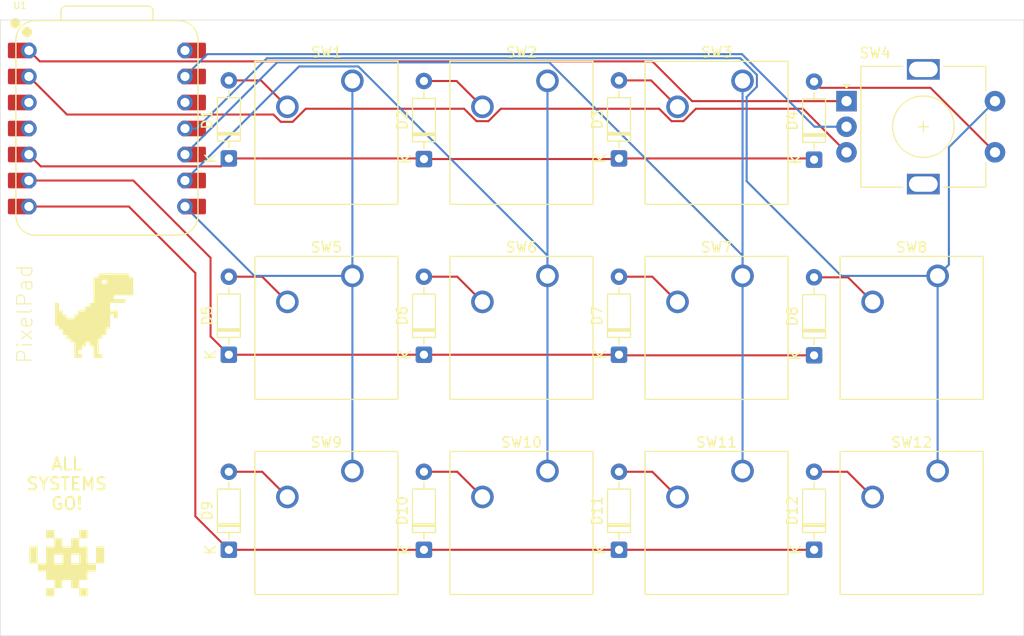
<source format=kicad_pcb>
(kicad_pcb (version 20241229) (generator "pcbnew") (generator_version "9.0")
  (layers (0 "F.Cu" signal) (2 "B.Cu" signal) (13 "F.Paste" user) (15 "B.Paste" user) (5 "F.SilkS" user "F.Silkscreen") (7 "B.SilkS" user "B.Silkscreen") (1 "F.Mask" user) (3 "B.Mask" user) (25 "Edge.Cuts" user))
  (net 0 "")
  (net 1 "GND")
  (net 2 "Net-(D1-A)")
  (net 3 "ROW0")
  (net 4 "Net-(D2-A)")
  (net 5 "Net-(D3-A)")
  (net 6 "Net-(D4-A)")
  (net 7 "ROW1")
  (net 8 "Net-(D5-A)")
  (net 9 "+5V")
  (net 10 "Net-(D6-A)")
  (net 12 "Net-(D7-A)")
  (net 13 "ROW2")
  (net 14 "Net-(D8-A)")
  (net 15 "Net-(D9-A)")
  (net 16 "Net-(D10-A)")
  (net 17 "Net-(D11-A)")
  (net 18 "Net-(D12-A)")
  (net 19 "COL0")
  (net 20 "COL1")
  (net 21 "COL2")
  (net 22 "ENC_B")
  (net 23 "COL3")
  (net 24 "ENC_A")
  (footprint "Button_Switch_Keyboard:SW_Cherry_MX_1.00u_PCB" (layer "F.Cu") (at 135.89 28.2575)
    (property "Reference" "SW3" (at -2.54 -2.794 0) (layer "F.SilkS"))
    (property "Value" "SW_Push")
    (fp_line (start -9.525 -1.905) (end 4.445 -1.905) (stroke (width 0.12)) (layer "F.SilkS"))
    (fp_line (start -9.525 12.065) (end -9.525 -1.905) (stroke (width 0.12)) (layer "F.SilkS"))
    (fp_line (start 4.445 -1.905) (end 4.445 12.065) (stroke (width 0.12)) (layer "F.SilkS"))
    (fp_line (start 4.445 12.065) (end -9.525 12.065) (stroke (width 0.12)) (layer "F.SilkS"))
    (pad "" np_thru_hole circle (at -7.62 5.08) (size 1.7 1.7) (drill 1.7) (layers "*.Cu" "*.Mask"))
    (pad "" np_thru_hole circle (at -2.54 5.08) (size 4 4) (drill 4) (layers "*.Cu" "*.Mask"))
    (pad "" np_thru_hole circle (at 2.54 5.08) (size 1.7 1.7) (drill 1.7) (layers "*.Cu" "*.Mask"))
    (pad "1" thru_hole circle (at 0 0) (size 2.2 2.2) (drill 1.5) (layers "*.Cu" "*.Mask") (net 21 "COL2"))
    (pad "2" thru_hole circle (at -6.35 2.54) (size 2.2 2.2) (drill 1.5) (layers "*.Cu" "*.Mask") (net 5 "Net-(D3-A)"))
  )
  (footprint "LOGO" (layer "F.Cu") (at 72.628064 51.196832)
    (property "Reference" "G***" (hide yes))
    (property "Value" "LOGO" (hide yes))
    (fp_poly (pts (xy 3.380154 -3.937) (xy 3.380154 -3.751385) (xy 3.565769 -3.751385) (xy 3.751384 -3.751385) (xy 3.751384 -2.872154) (xy 3.751384 -1.992923) (xy 2.813538 -1.992923) (xy 1.875692 -1.992923) (xy 1.875692 -1.807308) (xy 1.875692 -1.621693) (xy 2.442307 -1.621693) (xy 3.008923 -1.621693) (xy 3.008923 -1.436077) (xy 3.008923 -1.250462) (xy 2.256692 -1.250462) (xy 1.504461 -1.250462) (xy 1.504461 -0.879231) (xy 1.504461 -0.508) (xy 1.875692 -0.508) (xy 2.246923 -0.508) (xy 2.246923 -0.127) (xy 2.246923 0.254) (xy 2.061307 0.254) (xy 1.875692 0.254) (xy 1.875692 0.068384) (xy 1.875692 -0.117231) (xy 1.690077 -0.117231) (xy 1.504461 -0.117231) (xy 1.504461 0.566615) (xy 1.504461 1.250461) (xy 1.318846 1.250461) (xy 1.13323 1.250461) (xy 1.13323 1.563077) (xy 1.13323 1.875692) (xy 0.937846 1.875692) (xy 0.742461 1.875692) (xy 0.742461 2.061307) (xy 0.742461 2.246923) (xy 0.556846 2.246923) (xy 0.37123 2.246923) (xy 0.37123 2.999154) (xy 0.37123 3.751384) (xy 0.556846 3.751384) (xy 0.742461 3.751384) (xy 0.742461 3.937) (xy 0.742461 4.122615) (xy 0.312615 4.122615) (xy -0.117231 4.122615) (xy -0.117231 3.565769) (xy -0.117231 3.008923) (xy -0.312616 3.008923) (xy -0.508 3.008923) (xy -0.508 2.813538) (xy -0.508 2.618154) (xy -0.693616 2.618154) (xy -0.879231 2.618154) (xy -0.879231 2.813538) (xy -0.879231 3.008923) (xy -1.064846 3.008923) (xy -1.250462 3.008923) (xy -1.250462 3.194538) (xy -1.250462 3.380154) (xy -1.436077 3.380154) (xy -1.621693 3.380154) (xy -1.621693 3.565769) (xy -1.621693 3.751384) (xy -1.436077 3.751384) (xy -1.250462 3.751384) (xy -1.250462 3.937) (xy -1.250462 4.122615) (xy -1.621693 4.122615) (xy -1.992923 4.122615) (xy -1.992923 3.370384) (xy -1.992923 2.618154) (xy -2.188308 2.618154) (xy -2.383693 2.618154) (xy -2.383693 2.432538) (xy -2.383693 2.246923) (xy -2.569308 2.246923) (xy -2.754923 2.246923) (xy -2.754923 2.061307) (xy -2.754923 1.875692) (xy -2.940539 1.875692) (xy -3.126154 1.875692) (xy -3.126154 1.621692) (xy -3.126154 1.367692) (xy -3.31177 1.367692) (xy -3.497385 1.367692) (xy -3.497385 1.182077) (xy -3.497385 0.996461) (xy -3.683 0.996461) (xy -3.868616 0.996461) (xy -3.868616 -0.127) (xy -3.868616 -1.250462) (xy -3.683 -1.250462) (xy -3.497385 -1.250462) (xy -3.497385 -0.879231) (xy -3.497385 -0.508) (xy -3.31177 -0.508) (xy -3.126154 -0.508) (xy -3.126154 -0.312616) (xy -3.126154 -0.117231) (xy -2.940539 -0.117231) (xy -2.754923 -0.117231) (xy -2.754923 0.068384) (xy -2.754923 0.254) (xy -2.373923 0.254) (xy -1.992923 0.254) (xy -1.992923 0.068384) (xy -1.992923 -0.117231) (xy -1.807308 -0.117231) (xy -1.621693 -0.117231) (xy -1.621693 -0.312616) (xy -1.621693 -0.508) (xy -1.309077 -0.508) (xy -0.996462 -0.508) (xy -0.996462 -0.693616) (xy -0.996462 -0.879231) (xy -0.752231 -0.879231) (xy -0.508 -0.879231) (xy -0.508 -1.064846) (xy -0.508 -1.250462) (xy -0.312616 -1.250462) (xy -0.117231 -1.250462) (xy -0.117231 -2.500923) (xy -0.117231 -3.31177) (xy 0.742461 -3.31177) (xy 0.742461 -3.126154) (xy 0.937846 -3.126154) (xy 1.13323 -3.126154) (xy 1.13323 -3.31177) (xy 1.13323 -3.497385) (xy 0.937846 -3.497385) (xy 0.742461 -3.497385) (xy 0.742461 -3.31177) (xy -0.117231 -3.31177) (xy -0.117231 -3.751385) (xy 0.127 -3.751385) (xy 0.37123 -3.751385) (xy 0.37123 -3.937) (xy 0.37123 -4.122616) (xy 1.875692 -4.122616) (xy 3.380154 -4.122616)) (fill yes) (layer "F.SilkS"))
  )
  (footprint "Diode_THT:D_DO-35_SOD27_P7.62mm_Horizontal" (layer "F.Cu") (at 85.725048 35.837816 90)
    (property "Reference" "D1" (at 3.81 -2.12 90) (layer "F.SilkS"))
    (property "Value" "1N4148WT")
    (fp_line (start 2.53 -1.12) (end 2.53 1.12) (stroke (width 0.12)) (layer "F.SilkS"))
    (fp_line (start 2.41 -1.12) (end 2.41 1.12) (stroke (width 0.12)) (layer "F.SilkS"))
    (fp_line (start 2.29 -1.12) (end 2.29 1.12) (stroke (width 0.12)) (layer "F.SilkS"))
    (fp_line (start 6.58 0) (end 5.93 0) (stroke (width 0.12)) (layer "F.SilkS"))
    (fp_line (start 1.04 0) (end 1.69 0) (stroke (width 0.12)) (layer "F.SilkS"))
    (fp_rect (start 1.69 -1.12) (end 5.93 1.12) (stroke (width 0.12)) (fill no) (layer "F.SilkS"))
    (fp_text user "K" (at 0 -1.8 90) (layer "F.SilkS"))
    (pad "1" thru_hole roundrect (at 0 0 90) (size 1.6 1.6) (drill 0.8) (layers "*.Cu" "*.Mask") (roundrect_rratio 0.15625) (net 3 "ROW0"))
    (pad "2" thru_hole circle (at 7.62 0 90) (size 1.6 1.6) (drill 0.8) (layers "*.Cu" "*.Mask") (net 2 "Net-(D1-A)"))
  )
  (footprint "Rotary_Encoder:RotaryEncoder_Alps_EC11E-Switch_Vertical_H20mm" (layer "F.Cu") (at 146.04284 30.24216)
    (property "Reference" "SW4" (at 2.8 -4.7 0) (layer "F.SilkS"))
    (property "Value" "RotaryEncoder_Switch")
    (fp_line (start -0.3 -1.6) (end 0.3 -1.6) (stroke (width 0.12)) (layer "F.SilkS"))
    (fp_line (start 0 -1.3) (end -0.3 -1.6) (stroke (width 0.12)) (layer "F.SilkS"))
    (fp_line (start 0.3 -1.6) (end 0 -1.3) (stroke (width 0.12)) (layer "F.SilkS"))
    (fp_line (start 1.4 -3.4) (end 1.4 8.4) (stroke (width 0.12)) (layer "F.SilkS"))
    (fp_line (start 5.5 -3.4) (end 1.4 -3.4) (stroke (width 0.12)) (layer "F.SilkS"))
    (fp_line (start 5.5 8.4) (end 1.4 8.4) (stroke (width 0.12)) (layer "F.SilkS"))
    (fp_line (start 7 2.5) (end 8 2.5) (stroke (width 0.12)) (layer "F.SilkS"))
    (fp_line (start 7.5 2) (end 7.5 3) (stroke (width 0.12)) (layer "F.SilkS"))
    (fp_line (start 9.5 -3.4) (end 13.6 -3.4) (stroke (width 0.12)) (layer "F.SilkS"))
    (fp_line (start 13.6 -3.4) (end 13.6 -1) (stroke (width 0.12)) (layer "F.SilkS"))
    (fp_line (start 13.6 1.2) (end 13.6 3.8) (stroke (width 0.12)) (layer "F.SilkS"))
    (fp_line (start 13.6 6) (end 13.6 8.4) (stroke (width 0.12)) (layer "F.SilkS"))
    (fp_line (start 13.6 8.4) (end 9.5 8.4) (stroke (width 0.12)) (layer "F.SilkS"))
    (fp_circle (center 7.5 2.5) (end 10.5 2.5) (stroke (width 0.12)) (fill no) (layer "F.SilkS"))
    (pad "A" thru_hole rect (at 0 0) (size 2 2) (drill 1) (layers "*.Cu" "*.Mask") (net 24 "ENC_A"))
    (pad "B" thru_hole circle (at 0 5) (size 2 2) (drill 1) (layers "*.Cu" "*.Mask") (net 22 "ENC_B"))
    (pad "C" thru_hole circle (at 0 2.5) (size 2 2) (drill 1) (layers "*.Cu" "*.Mask") (net 1 "GND"))
    (pad "MP" thru_hole rect (at 7.5 -3.1) (size 3.2 2) (drill oval 2.8 1.5) (layers "*.Cu" "*.Mask"))
    (pad "MP" thru_hole rect (at 7.5 8.1) (size 3.2 2) (drill oval 2.8 1.5) (layers "*.Cu" "*.Mask"))
    (pad "S1" thru_hole circle (at 14.5 5) (size 2 2) (drill 1) (layers "*.Cu" "*.Mask") (net 6 "Net-(D4-A)"))
    (pad "S2" thru_hole circle (at 14.5 0) (size 2 2) (drill 1) (layers "*.Cu" "*.Mask") (net 23 "COL3"))
  )
  (footprint "Diode_THT:D_DO-35_SOD27_P7.62mm_Horizontal" (layer "F.Cu") (at 142.87488 35.956848 90)
    (property "Reference" "D4" (at 3.81 -2.12 90) (layer "F.SilkS"))
    (property "Value" "1N4148WT")
    (fp_line (start 2.53 -1.12) (end 2.53 1.12) (stroke (width 0.12)) (layer "F.SilkS"))
    (fp_line (start 2.41 -1.12) (end 2.41 1.12) (stroke (width 0.12)) (layer "F.SilkS"))
    (fp_line (start 2.29 -1.12) (end 2.29 1.12) (stroke (width 0.12)) (layer "F.SilkS"))
    (fp_line (start 6.58 0) (end 5.93 0) (stroke (width 0.12)) (layer "F.SilkS"))
    (fp_line (start 1.04 0) (end 1.69 0) (stroke (width 0.12)) (layer "F.SilkS"))
    (fp_rect (start 1.69 -1.12) (end 5.93 1.12) (stroke (width 0.12)) (fill no) (layer "F.SilkS"))
    (fp_text user "K" (at 0 -1.8 90) (layer "F.SilkS"))
    (pad "1" thru_hole roundrect (at 0 0 90) (size 1.6 1.6) (drill 0.8) (layers "*.Cu" "*.Mask") (roundrect_rratio 0.15625) (net 3 "ROW0"))
    (pad "2" thru_hole circle (at 7.62 0 90) (size 1.6 1.6) (drill 0.8) (layers "*.Cu" "*.Mask") (net 6 "Net-(D4-A)"))
  )
  (footprint "Diode_THT:D_DO-35_SOD27_P7.62mm_Horizontal" (layer "F.Cu") (at 104.774912 74.056816 90)
    (property "Reference" "D10" (at 3.81 -2.12 90) (layer "F.SilkS"))
    (property "Value" "1N4148WT")
    (fp_line (start 2.53 -1.12) (end 2.53 1.12) (stroke (width 0.12)) (layer "F.SilkS"))
    (fp_line (start 2.41 -1.12) (end 2.41 1.12) (stroke (width 0.12)) (layer "F.SilkS"))
    (fp_line (start 2.29 -1.12) (end 2.29 1.12) (stroke (width 0.12)) (layer "F.SilkS"))
    (fp_line (start 6.58 0) (end 5.93 0) (stroke (width 0.12)) (layer "F.SilkS"))
    (fp_line (start 1.04 0) (end 1.69 0) (stroke (width 0.12)) (layer "F.SilkS"))
    (fp_rect (start 1.69 -1.12) (end 5.93 1.12) (stroke (width 0.12)) (fill no) (layer "F.SilkS"))
    (fp_text user "K" (at 0 -1.8 90) (layer "F.SilkS"))
    (pad "1" thru_hole roundrect (at 0 0 90) (size 1.6 1.6) (drill 0.8) (layers "*.Cu" "*.Mask") (roundrect_rratio 0.15625) (net 13 "ROW2"))
    (pad "2" thru_hole circle (at 7.62 0 90) (size 1.6 1.6) (drill 0.8) (layers "*.Cu" "*.Mask") (net 16 "Net-(D10-A)"))
  )
  (footprint "LOGO" (layer "F.Cu") (at 69.94916 75.306968)
    (property "Reference" "G***" (hide yes))
    (property "Value" "LOGO" (hide yes))
    (fp_poly (pts (xy -1.276257 -2.775) (xy -1.276257 -2.375) (xy -1.676651 -2.375) (xy -2.077045 -2.375) (xy -2.077045 -2.775) (xy -2.077045 -3.175) (xy -1.676651 -3.175) (xy -1.276257 -3.175)) (fill yes) (layer "F.SilkS"))
    (fp_poly (pts (xy 1.976945 2.9) (xy 1.976945 3.3) (xy 1.576551 3.3) (xy 1.176157 3.3) (xy 1.176157 2.9) (xy 1.176157 2.5) (xy 1.576551 2.5) (xy 1.976945 2.5)) (fill yes) (layer "F.SilkS"))
    (fp_poly (pts (xy 1.976945 -2.775) (xy 1.976945 -2.375) (xy 1.576551 -2.375) (xy 1.176157 -2.375) (xy 1.176157 -1.975) (xy 1.176157 -1.575) (xy 1.576551 -1.575) (xy 1.976945 -1.575) (xy 1.976945 -0.75) (xy 1.976945 0.075) (xy 2.389852 0.075) (xy 2.802758 0.075) (xy 2.802758 -0.75) (xy 2.802758 -1.575) (xy 3.203152 -1.575) (xy 3.603546 -1.575) (xy 3.603546 -0.75) (xy 3.603546 0.075) (xy 3.203152 0.075) (xy 2.802758 0.075) (xy 2.802758 0.475) (xy 2.802758 0.875) (xy 2.389852 0.875) (xy 1.976945 0.875) (xy 1.976945 1.2875) (xy 1.976945 1.7) (xy 1.576551 1.7) (xy 1.176157 1.7) (xy 1.176157 2.1) (xy 1.176157 2.5) (xy 0.775763 2.5) (xy 0.375369 2.5) (xy 0.375369 2.1) (xy 0.375369 1.7) (xy -0.05005 1.7) (xy -0.475468 1.7) (xy -0.475468 2.1) (xy -0.475468 2.5) (xy -0.875862 2.5) (xy -1.276257 2.5) (xy -1.276257 2.9) (xy -1.276257 3.3) (xy -1.676651 3.3) (xy -2.077045 3.3) (xy -2.077045 2.9) (xy -2.077045 2.5) (xy -1.676651 2.5) (xy -1.276257 2.5) (xy -1.276257 2.1) (xy -1.276257 1.7) (xy -1.676651 1.7) (xy -2.077045 1.7) (xy -2.077045 1.2875) (xy -2.077045 0.875) (xy -2.477439 0.875) (xy -2.877833 0.875) (xy -2.87805 0.60625) (xy -2.879671 0.478516) (xy -2.883853 0.353905) (xy -2.889875 0.250465) (xy -2.894048 0.20625) (xy -2.909829 0.075) (xy -3.306737 0.075) (xy -3.703646 0.075) (xy -3.703646 -0.75) (xy -3.703646 -1.575) (xy -3.303252 -1.575) (xy -2.902858 -1.575) (xy -2.902858 -0.75) (xy -2.902858 0.075) (xy -2.489951 0.075) (xy -2.077045 0.075) (xy -1.277467 0.075) (xy -0.876468 0.075) (xy -0.475468 0.075) (xy -0.475468 -0.35) (xy 0.375369 -0.35) (xy 0.375369 0.075) (xy 0.775763 0.075) (xy 1.176157 0.075) (xy 1.176157 -0.35) (xy 1.176157 -0.775) (xy 0.775763 -0.775) (xy 0.375369 -0.775) (xy 0.375369 -0.35) (xy -0.475468 -0.35) (xy -0.475468 -0.350635) (xy -0.475468 -0.77627) (xy -0.869606 -0.769385) (xy -1.263744 -0.7625) (xy -1.270605 -0.34375) (xy -1.277467 0.075) (xy -2.077045 0.075) (xy -2.077045 -0.75) (xy -2.077045 -1.575) (xy -1.676651 -1.575) (xy -1.276257 -1.575) (xy -1.276257 -1.975) (xy -1.276257 -2.375) (xy -0.875862 -2.375) (xy -0.475468 -2.375) (xy -0.475468 -1.975) (xy -0.475468 -1.575) (xy -0.05005 -1.575) (xy 0.375369 -1.575) (xy 0.375369 -1.975) (xy 0.375369 -2.375) (xy 0.775763 -2.375) (xy 1.176157 -2.375) (xy 1.176157 -2.775) (xy 1.176157 -3.175) (xy 1.576551 -3.175) (xy 1.976945 -3.175)) (fill yes) (layer "F.SilkS"))
  )
  (footprint "Diode_THT:D_DO-35_SOD27_P7.62mm_Horizontal" (layer "F.Cu") (at 85.724928 55.006832 90)
    (property "Reference" "D5" (at 3.81 -2.12 90) (layer "F.SilkS"))
    (property "Value" "1N4148WT")
    (fp_line (start 2.53 -1.12) (end 2.53 1.12) (stroke (width 0.12)) (layer "F.SilkS"))
    (fp_line (start 2.41 -1.12) (end 2.41 1.12) (stroke (width 0.12)) (layer "F.SilkS"))
    (fp_line (start 2.29 -1.12) (end 2.29 1.12) (stroke (width 0.12)) (layer "F.SilkS"))
    (fp_line (start 6.58 0) (end 5.93 0) (stroke (width 0.12)) (layer "F.SilkS"))
    (fp_line (start 1.04 0) (end 1.69 0) (stroke (width 0.12)) (layer "F.SilkS"))
    (fp_rect (start 1.69 -1.12) (end 5.93 1.12) (stroke (width 0.12)) (fill no) (layer "F.SilkS"))
    (fp_text user "K" (at 0 -1.8 90) (layer "F.SilkS"))
    (pad "1" thru_hole roundrect (at 0 0 90) (size 1.6 1.6) (drill 0.8) (layers "*.Cu" "*.Mask") (roundrect_rratio 0.15625) (net 7 "ROW1"))
    (pad "2" thru_hole circle (at 7.62 0 90) (size 1.6 1.6) (drill 0.8) (layers "*.Cu" "*.Mask") (net 8 "Net-(D5-A)"))
  )
  (footprint "Diode_THT:D_DO-35_SOD27_P7.62mm_Horizontal" (layer "F.Cu") (at 123.824896 74.056816 90)
    (property "Reference" "D11" (at 3.81 -2.12 90) (layer "F.SilkS"))
    (property "Value" "1N4148WT")
    (fp_line (start 2.53 -1.12) (end 2.53 1.12) (stroke (width 0.12)) (layer "F.SilkS"))
    (fp_line (start 2.41 -1.12) (end 2.41 1.12) (stroke (width 0.12)) (layer "F.SilkS"))
    (fp_line (start 2.29 -1.12) (end 2.29 1.12) (stroke (width 0.12)) (layer "F.SilkS"))
    (fp_line (start 6.58 0) (end 5.93 0) (stroke (width 0.12)) (layer "F.SilkS"))
    (fp_line (start 1.04 0) (end 1.69 0) (stroke (width 0.12)) (layer "F.SilkS"))
    (fp_rect (start 1.69 -1.12) (end 5.93 1.12) (stroke (width 0.12)) (fill no) (layer "F.SilkS"))
    (fp_text user "K" (at 0 -1.8 90) (layer "F.SilkS"))
    (pad "1" thru_hole roundrect (at 0 0 90) (size 1.6 1.6) (drill 0.8) (layers "*.Cu" "*.Mask") (roundrect_rratio 0.15625) (net 13 "ROW2"))
    (pad "2" thru_hole circle (at 7.62 0 90) (size 1.6 1.6) (drill 0.8) (layers "*.Cu" "*.Mask") (net 17 "Net-(D11-A)"))
  )
  (footprint "Diode_THT:D_DO-35_SOD27_P7.62mm_Horizontal" (layer "F.Cu") (at 142.87488 74.056816 90)
    (property "Reference" "D12" (at 3.81 -2.12 90) (layer "F.SilkS"))
    (property "Value" "1N4148WT")
    (fp_line (start 2.53 -1.12) (end 2.53 1.12) (stroke (width 0.12)) (layer "F.SilkS"))
    (fp_line (start 2.41 -1.12) (end 2.41 1.12) (stroke (width 0.12)) (layer "F.SilkS"))
    (fp_line (start 2.29 -1.12) (end 2.29 1.12) (stroke (width 0.12)) (layer "F.SilkS"))
    (fp_line (start 6.58 0) (end 5.93 0) (stroke (width 0.12)) (layer "F.SilkS"))
    (fp_line (start 1.04 0) (end 1.69 0) (stroke (width 0.12)) (layer "F.SilkS"))
    (fp_rect (start 1.69 -1.12) (end 5.93 1.12) (stroke (width 0.12)) (fill no) (layer "F.SilkS"))
    (fp_text user "K" (at 0 -1.8 90) (layer "F.SilkS"))
    (pad "1" thru_hole roundrect (at 0 0 90) (size 1.6 1.6) (drill 0.8) (layers "*.Cu" "*.Mask") (roundrect_rratio 0.15625) (net 13 "ROW2"))
    (pad "2" thru_hole circle (at 7.62 0 90) (size 1.6 1.6) (drill 0.8) (layers "*.Cu" "*.Mask") (net 18 "Net-(D12-A)"))
  )
  (footprint "Button_Switch_Keyboard:SW_Cherry_MX_1.00u_PCB" (layer "F.Cu") (at 116.84 28.2575)
    (property "Reference" "SW2" (at -2.54 -2.794 0) (layer "F.SilkS"))
    (property "Value" "SW_Push")
    (fp_line (start -9.525 -1.905) (end 4.445 -1.905) (stroke (width 0.12)) (layer "F.SilkS"))
    (fp_line (start -9.525 12.065) (end -9.525 -1.905) (stroke (width 0.12)) (layer "F.SilkS"))
    (fp_line (start 4.445 -1.905) (end 4.445 12.065) (stroke (width 0.12)) (layer "F.SilkS"))
    (fp_line (start 4.445 12.065) (end -9.525 12.065) (stroke (width 0.12)) (layer "F.SilkS"))
    (pad "" np_thru_hole circle (at -7.62 5.08) (size 1.7 1.7) (drill 1.7) (layers "*.Cu" "*.Mask"))
    (pad "" np_thru_hole circle (at -2.54 5.08) (size 4 4) (drill 4) (layers "*.Cu" "*.Mask"))
    (pad "" np_thru_hole circle (at 2.54 5.08) (size 1.7 1.7) (drill 1.7) (layers "*.Cu" "*.Mask"))
    (pad "1" thru_hole circle (at 0 0) (size 2.2 2.2) (drill 1.5) (layers "*.Cu" "*.Mask") (net 20 "COL1"))
    (pad "2" thru_hole circle (at -6.35 2.54) (size 2.2 2.2) (drill 1.5) (layers "*.Cu" "*.Mask") (net 4 "Net-(D2-A)"))
  )
  (footprint "Button_Switch_Keyboard:SW_Cherry_MX_1.00u_PCB" (layer "F.Cu") (at 97.79 66.3575)
    (property "Reference" "SW9" (at -2.54 -2.794 0) (layer "F.SilkS"))
    (property "Value" "SW_Push")
    (fp_line (start -9.525 -1.905) (end 4.445 -1.905) (stroke (width 0.12)) (layer "F.SilkS"))
    (fp_line (start -9.525 12.065) (end -9.525 -1.905) (stroke (width 0.12)) (layer "F.SilkS"))
    (fp_line (start 4.445 -1.905) (end 4.445 12.065) (stroke (width 0.12)) (layer "F.SilkS"))
    (fp_line (start 4.445 12.065) (end -9.525 12.065) (stroke (width 0.12)) (layer "F.SilkS"))
    (pad "" np_thru_hole circle (at -7.62 5.08) (size 1.7 1.7) (drill 1.7) (layers "*.Cu" "*.Mask"))
    (pad "" np_thru_hole circle (at -2.54 5.08) (size 4 4) (drill 4) (layers "*.Cu" "*.Mask"))
    (pad "" np_thru_hole circle (at 2.54 5.08) (size 1.7 1.7) (drill 1.7) (layers "*.Cu" "*.Mask"))
    (pad "1" thru_hole circle (at 0 0) (size 2.2 2.2) (drill 1.5) (layers "*.Cu" "*.Mask") (net 19 "COL0"))
    (pad "2" thru_hole circle (at -6.35 2.54) (size 2.2 2.2) (drill 1.5) (layers "*.Cu" "*.Mask") (net 15 "Net-(D9-A)"))
  )
  (footprint "Button_Switch_Keyboard:SW_Cherry_MX_1.00u_PCB" (layer "F.Cu") (at 116.84 66.3575)
    (property "Reference" "SW10" (at -2.54 -2.794 0) (layer "F.SilkS"))
    (property "Value" "SW_Push")
    (fp_line (start -9.525 -1.905) (end 4.445 -1.905) (stroke (width 0.12)) (layer "F.SilkS"))
    (fp_line (start -9.525 12.065) (end -9.525 -1.905) (stroke (width 0.12)) (layer "F.SilkS"))
    (fp_line (start 4.445 -1.905) (end 4.445 12.065) (stroke (width 0.12)) (layer "F.SilkS"))
    (fp_line (start 4.445 12.065) (end -9.525 12.065) (stroke (width 0.12)) (layer "F.SilkS"))
    (pad "" np_thru_hole circle (at -7.62 5.08) (size 1.7 1.7) (drill 1.7) (layers "*.Cu" "*.Mask"))
    (pad "" np_thru_hole circle (at -2.54 5.08) (size 4 4) (drill 4) (layers "*.Cu" "*.Mask"))
    (pad "" np_thru_hole circle (at 2.54 5.08) (size 1.7 1.7) (drill 1.7) (layers "*.Cu" "*.Mask"))
    (pad "1" thru_hole circle (at 0 0) (size 2.2 2.2) (drill 1.5) (layers "*.Cu" "*.Mask") (net 20 "COL1"))
    (pad "2" thru_hole circle (at -6.35 2.54) (size 2.2 2.2) (drill 1.5) (layers "*.Cu" "*.Mask") (net 16 "Net-(D10-A)"))
  )
  (footprint "Diode_THT:D_DO-35_SOD27_P7.62mm_Horizontal" (layer "F.Cu") (at 142.87488 55.06636 90)
    (property "Reference" "D8" (at 3.81 -2.12 90) (layer "F.SilkS"))
    (property "Value" "1N4148WT")
    (fp_line (start 2.53 -1.12) (end 2.53 1.12) (stroke (width 0.12)) (layer "F.SilkS"))
    (fp_line (start 2.41 -1.12) (end 2.41 1.12) (stroke (width 0.12)) (layer "F.SilkS"))
    (fp_line (start 2.29 -1.12) (end 2.29 1.12) (stroke (width 0.12)) (layer "F.SilkS"))
    (fp_line (start 6.58 0) (end 5.93 0) (stroke (width 0.12)) (layer "F.SilkS"))
    (fp_line (start 1.04 0) (end 1.69 0) (stroke (width 0.12)) (layer "F.SilkS"))
    (fp_rect (start 1.69 -1.12) (end 5.93 1.12) (stroke (width 0.12)) (fill no) (layer "F.SilkS"))
    (fp_text user "K" (at 0 -1.8 90) (layer "F.SilkS"))
    (pad "1" thru_hole roundrect (at 0 0 90) (size 1.6 1.6) (drill 0.8) (layers "*.Cu" "*.Mask") (roundrect_rratio 0.15625) (net 7 "ROW1"))
    (pad "2" thru_hole circle (at 7.62 0 90) (size 1.6 1.6) (drill 0.8) (layers "*.Cu" "*.Mask") (net 14 "Net-(D8-A)"))
  )
  (footprint "Diode_THT:D_DO-35_SOD27_P7.62mm_Horizontal" (layer "F.Cu") (at 85.724928 74.056816 90)
    (property "Reference" "D9" (at 3.81 -2.12 90) (layer "F.SilkS"))
    (property "Value" "1N4148WT")
    (fp_line (start 2.53 -1.12) (end 2.53 1.12) (stroke (width 0.12)) (layer "F.SilkS"))
    (fp_line (start 2.41 -1.12) (end 2.41 1.12) (stroke (width 0.12)) (layer "F.SilkS"))
    (fp_line (start 2.29 -1.12) (end 2.29 1.12) (stroke (width 0.12)) (layer "F.SilkS"))
    (fp_line (start 6.58 0) (end 5.93 0) (stroke (width 0.12)) (layer "F.SilkS"))
    (fp_line (start 1.04 0) (end 1.69 0) (stroke (width 0.12)) (layer "F.SilkS"))
    (fp_rect (start 1.69 -1.12) (end 5.93 1.12) (stroke (width 0.12)) (fill no) (layer "F.SilkS"))
    (fp_text user "K" (at 0 -1.8 90) (layer "F.SilkS"))
    (pad "1" thru_hole roundrect (at 0 0 90) (size 1.6 1.6) (drill 0.8) (layers "*.Cu" "*.Mask") (roundrect_rratio 0.15625) (net 13 "ROW2"))
    (pad "2" thru_hole circle (at 7.62 0 90) (size 1.6 1.6) (drill 0.8) (layers "*.Cu" "*.Mask") (net 15 "Net-(D9-A)"))
  )
  (footprint "Button_Switch_Keyboard:SW_Cherry_MX_1.00u_PCB" (layer "F.Cu") (at 154.94 66.3575)
    (property "Reference" "SW12" (at -2.54 -2.794 0) (layer "F.SilkS"))
    (property "Value" "SW_Push")
    (fp_line (start -9.525 -1.905) (end 4.445 -1.905) (stroke (width 0.12)) (layer "F.SilkS"))
    (fp_line (start -9.525 12.065) (end -9.525 -1.905) (stroke (width 0.12)) (layer "F.SilkS"))
    (fp_line (start 4.445 -1.905) (end 4.445 12.065) (stroke (width 0.12)) (layer "F.SilkS"))
    (fp_line (start 4.445 12.065) (end -9.525 12.065) (stroke (width 0.12)) (layer "F.SilkS"))
    (pad "" np_thru_hole circle (at -7.62 5.08) (size 1.7 1.7) (drill 1.7) (layers "*.Cu" "*.Mask"))
    (pad "" np_thru_hole circle (at -2.54 5.08) (size 4 4) (drill 4) (layers "*.Cu" "*.Mask"))
    (pad "" np_thru_hole circle (at 2.54 5.08) (size 1.7 1.7) (drill 1.7) (layers "*.Cu" "*.Mask"))
    (pad "1" thru_hole circle (at 0 0) (size 2.2 2.2) (drill 1.5) (layers "*.Cu" "*.Mask") (net 23 "COL3"))
    (pad "2" thru_hole circle (at -6.35 2.54) (size 2.2 2.2) (drill 1.5) (layers "*.Cu" "*.Mask") (net 18 "Net-(D12-A)"))
  )
  (footprint "Diode_THT:D_DO-35_SOD27_P7.62mm_Horizontal" (layer "F.Cu") (at 123.825016 35.837816 90)
    (property "Reference" "D3" (at 3.81 -2.12 90) (layer "F.SilkS"))
    (property "Value" "1N4148WT")
    (fp_line (start 2.53 -1.12) (end 2.53 1.12) (stroke (width 0.12)) (layer "F.SilkS"))
    (fp_line (start 2.41 -1.12) (end 2.41 1.12) (stroke (width 0.12)) (layer "F.SilkS"))
    (fp_line (start 2.29 -1.12) (end 2.29 1.12) (stroke (width 0.12)) (layer "F.SilkS"))
    (fp_line (start 6.58 0) (end 5.93 0) (stroke (width 0.12)) (layer "F.SilkS"))
    (fp_line (start 1.04 0) (end 1.69 0) (stroke (width 0.12)) (layer "F.SilkS"))
    (fp_rect (start 1.69 -1.12) (end 5.93 1.12) (stroke (width 0.12)) (fill no) (layer "F.SilkS"))
    (fp_text user "K" (at 0 -1.8 90) (layer "F.SilkS"))
    (pad "1" thru_hole roundrect (at 0 0 90) (size 1.6 1.6) (drill 0.8) (layers "*.Cu" "*.Mask") (roundrect_rratio 0.15625) (net 3 "ROW0"))
    (pad "2" thru_hole circle (at 7.62 0 90) (size 1.6 1.6) (drill 0.8) (layers "*.Cu" "*.Mask") (net 5 "Net-(D3-A)"))
  )
  (footprint "Button_Switch_Keyboard:SW_Cherry_MX_1.00u_PCB" (layer "F.Cu") (at 154.94 47.3075)
    (property "Reference" "SW8" (at -2.54 -2.794 0) (layer "F.SilkS"))
    (property "Value" "SW_Push")
    (fp_line (start -9.525 -1.905) (end 4.445 -1.905) (stroke (width 0.12)) (layer "F.SilkS"))
    (fp_line (start -9.525 12.065) (end -9.525 -1.905) (stroke (width 0.12)) (layer "F.SilkS"))
    (fp_line (start 4.445 -1.905) (end 4.445 12.065) (stroke (width 0.12)) (layer "F.SilkS"))
    (fp_line (start 4.445 12.065) (end -9.525 12.065) (stroke (width 0.12)) (layer "F.SilkS"))
    (pad "" np_thru_hole circle (at -7.62 5.08) (size 1.7 1.7) (drill 1.7) (layers "*.Cu" "*.Mask"))
    (pad "" np_thru_hole circle (at -2.54 5.08) (size 4 4) (drill 4) (layers "*.Cu" "*.Mask"))
    (pad "" np_thru_hole circle (at 2.54 5.08) (size 1.7 1.7) (drill 1.7) (layers "*.Cu" "*.Mask"))
    (pad "1" thru_hole circle (at 0 0) (size 2.2 2.2) (drill 1.5) (layers "*.Cu" "*.Mask") (net 23 "COL3"))
    (pad "2" thru_hole circle (at -6.35 2.54) (size 2.2 2.2) (drill 1.5) (layers "*.Cu" "*.Mask") (net 14 "Net-(D8-A)"))
  )
  (footprint "Diode_THT:D_DO-35_SOD27_P7.62mm_Horizontal" (layer "F.Cu") (at 104.775032 35.897344 90)
    (property "Reference" "D2" (at 3.81 -2.12 90) (layer "F.SilkS"))
    (property "Value" "1N4148WT")
    (fp_line (start 2.53 -1.12) (end 2.53 1.12) (stroke (width 0.12)) (layer "F.SilkS"))
    (fp_line (start 2.41 -1.12) (end 2.41 1.12) (stroke (width 0.12)) (layer "F.SilkS"))
    (fp_line (start 2.29 -1.12) (end 2.29 1.12) (stroke (width 0.12)) (layer "F.SilkS"))
    (fp_line (start 6.58 0) (end 5.93 0) (stroke (width 0.12)) (layer "F.SilkS"))
    (fp_line (start 1.04 0) (end 1.69 0) (stroke (width 0.12)) (layer "F.SilkS"))
    (fp_rect (start 1.69 -1.12) (end 5.93 1.12) (stroke (width 0.12)) (fill no) (layer "F.SilkS"))
    (fp_text user "K" (at 0 -1.8 90) (layer "F.SilkS"))
    (pad "1" thru_hole roundrect (at 0 0 90) (size 1.6 1.6) (drill 0.8) (layers "*.Cu" "*.Mask") (roundrect_rratio 0.15625) (net 3 "ROW0"))
    (pad "2" thru_hole circle (at 7.62 0 90) (size 1.6 1.6) (drill 0.8) (layers "*.Cu" "*.Mask") (net 4 "Net-(D2-A)"))
  )
  (footprint "Diode_THT:D_DO-35_SOD27_P7.62mm_Horizontal" (layer "F.Cu") (at 123.824896 55.006832 90)
    (property "Reference" "D7" (at 3.81 -2.12 90) (layer "F.SilkS"))
    (property "Value" "1N4148WT")
    (fp_line (start 2.53 -1.12) (end 2.53 1.12) (stroke (width 0.12)) (layer "F.SilkS"))
    (fp_line (start 2.41 -1.12) (end 2.41 1.12) (stroke (width 0.12)) (layer "F.SilkS"))
    (fp_line (start 2.29 -1.12) (end 2.29 1.12) (stroke (width 0.12)) (layer "F.SilkS"))
    (fp_line (start 6.58 0) (end 5.93 0) (stroke (width 0.12)) (layer "F.SilkS"))
    (fp_line (start 1.04 0) (end 1.69 0) (stroke (width 0.12)) (layer "F.SilkS"))
    (fp_rect (start 1.69 -1.12) (end 5.93 1.12) (stroke (width 0.12)) (fill no) (layer "F.SilkS"))
    (fp_text user "K" (at 0 -1.8 90) (layer "F.SilkS"))
    (pad "1" thru_hole roundrect (at 0 0 90) (size 1.6 1.6) (drill 0.8) (layers "*.Cu" "*.Mask") (roundrect_rratio 0.15625) (net 7 "ROW1"))
    (pad "2" thru_hole circle (at 7.62 0 90) (size 1.6 1.6) (drill 0.8) (layers "*.Cu" "*.Mask") (net 12 "Net-(D7-A)"))
  )
  (footprint "Diode_THT:D_DO-35_SOD27_P7.62mm_Horizontal" (layer "F.Cu") (at 104.774912 55.006832 90)
    (property "Reference" "D6" (at 3.81 -2.12 90) (layer "F.SilkS"))
    (property "Value" "1N4148WT")
    (fp_line (start 2.53 -1.12) (end 2.53 1.12) (stroke (width 0.12)) (layer "F.SilkS"))
    (fp_line (start 2.41 -1.12) (end 2.41 1.12) (stroke (width 0.12)) (layer "F.SilkS"))
    (fp_line (start 2.29 -1.12) (end 2.29 1.12) (stroke (width 0.12)) (layer "F.SilkS"))
    (fp_line (start 6.58 0) (end 5.93 0) (stroke (width 0.12)) (layer "F.SilkS"))
    (fp_line (start 1.04 0) (end 1.69 0) (stroke (width 0.12)) (layer "F.SilkS"))
    (fp_rect (start 1.69 -1.12) (end 5.93 1.12) (stroke (width 0.12)) (fill no) (layer "F.SilkS"))
    (fp_text user "K" (at 0 -1.8 90) (layer "F.SilkS"))
    (pad "1" thru_hole roundrect (at 0 0 90) (size 1.6 1.6) (drill 0.8) (layers "*.Cu" "*.Mask") (roundrect_rratio 0.15625) (net 7 "ROW1"))
    (pad "2" thru_hole circle (at 7.62 0 90) (size 1.6 1.6) (drill 0.8) (layers "*.Cu" "*.Mask") (net 10 "Net-(D6-A)"))
  )
  (footprint "OPL:XIAO-RP2040-DIP" (layer "F.Cu") (at 73.81875 32.915348)
    (property "Reference" "U1" (at -8.5 -12 0) (layer "F.SilkS") (effects (font (size 0.635 0.635) (thickness 0.1016))))
    (property "Value" "XIAO-RP2040-DIP")
    (fp_line (start -8.89 8.509) (end -8.89 -8.636) (stroke (width 0.127)) (layer "F.SilkS"))
    (fp_line (start -6.985 10.414) (end 6.985 10.414) (stroke (width 0.127)) (layer "F.SilkS"))
    (fp_line (start -4.495 -10.541) (end -4.491272 -11.451272) (stroke (width 0.127)) (layer "F.SilkS"))
    (fp_line (start -3.991272 -11.951) (end 4.004 -11.951) (stroke (width 0.127)) (layer "F.SilkS"))
    (fp_line (start 4.504 -11.451) (end 4.504 -10.541) (stroke (width 0.127)) (layer "F.SilkS"))
    (fp_line (start 6.985 -10.541) (end -6.985 -10.541) (stroke (width 0.1)) (layer "F.SilkS"))
    (fp_line (start 6.985 -10.541) (end -6.985 -10.541) (stroke (width 0.127)) (layer "F.SilkS"))
    (fp_line (start 8.89 8.509) (end 8.89 -8.636) (stroke (width 0.127)) (layer "F.SilkS"))
    (fp_arc (start -8.89 -8.636) (mid -8.332038 -9.983038) (end -6.985 -10.541) (stroke (width 0.127)) (layer "F.SilkS"))
    (fp_arc (start -6.985 10.414) (mid -8.332038 9.856038) (end -8.89 8.509) (stroke (width 0.127)) (layer "F.SilkS"))
    (fp_arc (start -4.491272 -11.451272) (mid -4.344728 -11.80464) (end -3.991272 -11.951) (stroke (width 0.127)) (layer "F.SilkS"))
    (fp_arc (start 4.004 -11.951) (mid 4.357553 -11.804553) (end 4.504 -11.451) (stroke (width 0.127)) (layer "F.SilkS"))
    (fp_arc (start 6.985 -10.541) (mid 8.332038 -9.983038) (end 8.89 -8.636) (stroke (width 0.127)) (layer "F.SilkS"))
    (fp_arc (start 8.89 8.509) (mid 8.332038 9.856038) (end 6.985 10.414) (stroke (width 0.127)) (layer "F.SilkS"))
    (fp_circle (center -8.95 -10.3) (end -8.95 -10.554) (stroke (width 0.5)) (fill yes) (layer "F.SilkS"))
    (fp_circle (center -7.807 -9.42) (end -7.807 -9.674) (stroke (width 0.5)) (fill yes) (layer "F.SilkS"))
    (pad "1" smd roundrect (at -8.455 -7.62 180) (size 2.432 1.524) (layers "F.Cu" "F.Mask") (roundrect_rratio 0.1) (net 24 "ENC_A"))
    (pad "1" thru_hole circle (at -7.62 -7.62 180) (size 1.524 1.524) (drill 0.889) (layers "*.Cu" "*.Mask") (net 24 "ENC_A"))
    (pad "2" smd roundrect (at -8.455 -5.08 180) (size 2.432 1.524) (layers "F.Cu" "F.Mask") (roundrect_rratio 0.1) (net 22 "ENC_B"))
    (pad "2" thru_hole circle (at -7.62 -5.08 180) (size 1.524 1.524) (drill 0.889) (layers "*.Cu" "*.Mask") (net 22 "ENC_B"))
    (pad "3" smd roundrect (at -8.455 -2.54 180) (size 2.432 1.524) (layers "F.Cu" "F.Mask") (roundrect_rratio 0.1))
    (pad "3" thru_hole circle (at -7.62 -2.54 180) (size 1.524 1.524) (drill 0.889) (layers "*.Cu" "*.Mask"))
    (pad "4" smd roundrect (at -8.455 0 180) (size 2.432 1.524) (layers "F.Cu" "F.Mask") (roundrect_rratio 0.1))
    (pad "4" thru_hole circle (at -7.62 0 180) (size 1.524 1.524) (drill 0.889) (layers "*.Cu" "*.Mask"))
    (pad "5" smd roundrect (at -8.455 2.54 180) (size 2.432 1.524) (layers "F.Cu" "F.Mask") (roundrect_rratio 0.1) (net 3 "ROW0"))
    (pad "5" thru_hole circle (at -7.62 2.54 180) (size 1.524 1.524) (drill 0.889) (layers "*.Cu" "*.Mask") (net 3 "ROW0"))
    (pad "6" smd roundrect (at -8.455 5.08 180) (size 2.432 1.524) (layers "F.Cu" "F.Mask") (roundrect_rratio 0.1) (net 7 "ROW1"))
    (pad "6" thru_hole circle (at -7.62 5.08 180) (size 1.524 1.524) (drill 0.889) (layers "*.Cu" "*.Mask") (net 7 "ROW1"))
    (pad "7" smd roundrect (at -8.455 7.62 180) (size 2.432 1.524) (layers "F.Cu" "F.Mask") (roundrect_rratio 0.1) (net 13 "ROW2"))
    (pad "7" thru_hole circle (at -7.62 7.62 180) (size 1.524 1.524) (drill 0.889) (layers "*.Cu" "*.Mask") (net 13 "ROW2"))
    (pad "8" thru_hole circle (at 7.62 7.62) (size 1.524 1.524) (drill 0.889) (layers "*.Cu" "*.Mask") (net 19 "COL0"))
    (pad "8" smd roundrect (at 8.455 7.62) (size 2.432 1.524) (layers "F.Cu" "F.Mask") (roundrect_rratio 0.1) (net 19 "COL0"))
    (pad "9" thru_hole circle (at 7.62 5.08) (size 1.524 1.524) (drill 0.889) (layers "*.Cu" "*.Mask") (net 20 "COL1"))
    (pad "9" smd roundrect (at 8.455 5.08) (size 2.432 1.524) (layers "F.Cu" "F.Mask") (roundrect_rratio 0.1) (net 20 "COL1"))
    (pad "10" thru_hole circle (at 7.62 2.54) (size 1.524 1.524) (drill 0.889) (layers "*.Cu" "*.Mask") (net 21 "COL2"))
    (pad "10" smd roundrect (at 8.455 2.54) (size 2.432 1.524) (layers "F.Cu" "F.Mask") (roundrect_rratio 0.1) (net 21 "COL2"))
    (pad "11" thru_hole circle (at 7.62 0) (size 1.524 1.524) (drill 0.889) (layers "*.Cu" "*.Mask") (net 23 "COL3"))
    (pad "11" smd roundrect (at 8.455 0) (size 2.432 1.524) (layers "F.Cu" "F.Mask") (roundrect_rratio 0.1) (net 23 "COL3"))
    (pad "12" thru_hole circle (at 7.62 -2.54) (size 1.524 1.524) (drill 0.889) (layers "*.Cu" "*.Mask"))
    (pad "12" smd roundrect (at 8.455 -2.54) (size 2.432 1.524) (layers "F.Cu" "F.Mask") (roundrect_rratio 0.1))
    (pad "13" thru_hole circle (at 7.62 -5.08) (size 1.524 1.524) (drill 0.889) (layers "*.Cu" "*.Mask") (net 1 "GND"))
    (pad "13" smd roundrect (at 8.455 -5.08) (size 2.432 1.524) (layers "F.Cu" "F.Mask") (roundrect_rratio 0.1) (net 1 "GND"))
    (pad "14" thru_hole circle (at 7.62 -7.62) (size 1.524 1.524) (drill 0.889) (layers "*.Cu" "*.Mask") (net 9 "+5V"))
    (pad "14" smd roundrect (at 8.455 -7.62) (size 2.432 1.524) (layers "F.Cu" "F.Mask") (roundrect_rratio 0.1) (net 9 "+5V"))
  )
  (footprint "Button_Switch_Keyboard:SW_Cherry_MX_1.00u_PCB" (layer "F.Cu") (at 135.89 66.3575)
    (property "Reference" "SW11" (at -2.54 -2.794 0) (layer "F.SilkS"))
    (property "Value" "SW_Push")
    (fp_line (start -9.525 -1.905) (end 4.445 -1.905) (stroke (width 0.12)) (layer "F.SilkS"))
    (fp_line (start -9.525 12.065) (end -9.525 -1.905) (stroke (width 0.12)) (layer "F.SilkS"))
    (fp_line (start 4.445 -1.905) (end 4.445 12.065) (stroke (width 0.12)) (layer "F.SilkS"))
    (fp_line (start 4.445 12.065) (end -9.525 12.065) (stroke (width 0.12)) (layer "F.SilkS"))
    (pad "" np_thru_hole circle (at -7.62 5.08) (size 1.7 1.7) (drill 1.7) (layers "*.Cu" "*.Mask"))
    (pad "" np_thru_hole circle (at -2.54 5.08) (size 4 4) (drill 4) (layers "*.Cu" "*.Mask"))
    (pad "" np_thru_hole circle (at 2.54 5.08) (size 1.7 1.7) (drill 1.7) (layers "*.Cu" "*.Mask"))
    (pad "1" thru_hole circle (at 0 0) (size 2.2 2.2) (drill 1.5) (layers "*.Cu" "*.Mask") (net 21 "COL2"))
    (pad "2" thru_hole circle (at -6.35 2.54) (size 2.2 2.2) (drill 1.5) (layers "*.Cu" "*.Mask") (net 17 "Net-(D11-A)"))
  )
  (footprint "Button_Switch_Keyboard:SW_Cherry_MX_1.00u_PCB" (layer "F.Cu") (at 135.89 47.3075)
    (property "Reference" "SW7" (at -2.54 -2.794 0) (layer "F.SilkS"))
    (property "Value" "SW_Push")
    (fp_line (start -9.525 -1.905) (end 4.445 -1.905) (stroke (width 0.12)) (layer "F.SilkS"))
    (fp_line (start -9.525 12.065) (end -9.525 -1.905) (stroke (width 0.12)) (layer "F.SilkS"))
    (fp_line (start 4.445 -1.905) (end 4.445 12.065) (stroke (width 0.12)) (layer "F.SilkS"))
    (fp_line (start 4.445 12.065) (end -9.525 12.065) (stroke (width 0.12)) (layer "F.SilkS"))
    (pad "" np_thru_hole circle (at -7.62 5.08) (size 1.7 1.7) (drill 1.7) (layers "*.Cu" "*.Mask"))
    (pad "" np_thru_hole circle (at -2.54 5.08) (size 4 4) (drill 4) (layers "*.Cu" "*.Mask"))
    (pad "" np_thru_hole circle (at 2.54 5.08) (size 1.7 1.7) (drill 1.7) (layers "*.Cu" "*.Mask"))
    (pad "1" thru_hole circle (at 0 0) (size 2.2 2.2) (drill 1.5) (layers "*.Cu" "*.Mask") (net 21 "COL2"))
    (pad "2" thru_hole circle (at -6.35 2.54) (size 2.2 2.2) (drill 1.5) (layers "*.Cu" "*.Mask") (net 12 "Net-(D7-A)"))
  )
  (footprint "Button_Switch_Keyboard:SW_Cherry_MX_1.00u_PCB" (layer "F.Cu") (at 97.79 28.2575)
    (property "Reference" "SW1" (at -2.54 -2.794 0) (layer "F.SilkS"))
    (property "Value" "SW_Push")
    (fp_line (start -9.525 -1.905) (end 4.445 -1.905) (stroke (width 0.12)) (layer "F.SilkS"))
    (fp_line (start -9.525 12.065) (end -9.525 -1.905) (stroke (width 0.12)) (layer "F.SilkS"))
    (fp_line (start 4.445 -1.905) (end 4.445 12.065) (stroke (width 0.12)) (layer "F.SilkS"))
    (fp_line (start 4.445 12.065) (end -9.525 12.065) (stroke (width 0.12)) (layer "F.SilkS"))
    (pad "" np_thru_hole circle (at -7.62 5.08) (size 1.7 1.7) (drill 1.7) (layers "*.Cu" "*.Mask"))
    (pad "" np_thru_hole circle (at -2.54 5.08) (size 4 4) (drill 4) (layers "*.Cu" "*.Mask"))
    (pad "" np_thru_hole circle (at 2.54 5.08) (size 1.7 1.7) (drill 1.7) (layers "*.Cu" "*.Mask"))
    (pad "1" thru_hole circle (at 0 0) (size 2.2 2.2) (drill 1.5) (layers "*.Cu" "*.Mask") (net 19 "COL0"))
    (pad "2" thru_hole circle (at -6.35 2.54) (size 2.2 2.2) (drill 1.5) (layers "*.Cu" "*.Mask") (net 2 "Net-(D1-A)"))
  )
  (footprint "Button_Switch_Keyboard:SW_Cherry_MX_1.00u_PCB" (layer "F.Cu") (at 116.84 47.3075)
    (property "Reference" "SW6" (at -2.54 -2.794 0) (layer "F.SilkS"))
    (property "Value" "SW_Push")
    (fp_line (start -9.525 -1.905) (end 4.445 -1.905) (stroke (width 0.12)) (layer "F.SilkS"))
    (fp_line (start -9.525 12.065) (end -9.525 -1.905) (stroke (width 0.12)) (layer "F.SilkS"))
    (fp_line (start 4.445 -1.905) (end 4.445 12.065) (stroke (width 0.12)) (layer "F.SilkS"))
    (fp_line (start 4.445 12.065) (end -9.525 12.065) (stroke (width 0.12)) (layer "F.SilkS"))
    (pad "" np_thru_hole circle (at -7.62 5.08) (size 1.7 1.7) (drill 1.7) (layers "*.Cu" "*.Mask"))
    (pad "" np_thru_hole circle (at -2.54 5.08) (size 4 4) (drill 4) (layers "*.Cu" "*.Mask"))
    (pad "" np_thru_hole circle (at 2.54 5.08) (size 1.7 1.7) (drill 1.7) (layers "*.Cu" "*.Mask"))
    (pad "1" thru_hole circle (at 0 0) (size 2.2 2.2) (drill 1.5) (layers "*.Cu" "*.Mask") (net 20 "COL1"))
    (pad "2" thru_hole circle (at -6.35 2.54) (size 2.2 2.2) (drill 1.5) (layers "*.Cu" "*.Mask") (net 10 "Net-(D6-A)"))
  )
  (footprint "Button_Switch_Keyboard:SW_Cherry_MX_1.00u_PCB" (layer "F.Cu") (at 97.79 47.3075)
    (property "Reference" "SW5" (at -2.54 -2.794 0) (layer "F.SilkS"))
    (property "Value" "SW_Push")
    (fp_line (start -9.525 -1.905) (end 4.445 -1.905) (stroke (width 0.12)) (layer "F.SilkS"))
    (fp_line (start -9.525 12.065) (end -9.525 -1.905) (stroke (width 0.12)) (layer "F.SilkS"))
    (fp_line (start 4.445 -1.905) (end 4.445 12.065) (stroke (width 0.12)) (layer "F.SilkS"))
    (fp_line (start 4.445 12.065) (end -9.525 12.065) (stroke (width 0.12)) (layer "F.SilkS"))
    (pad "" np_thru_hole circle (at -7.62 5.08) (size 1.7 1.7) (drill 1.7) (layers "*.Cu" "*.Mask"))
    (pad "" np_thru_hole circle (at -2.54 5.08) (size 4 4) (drill 4) (layers "*.Cu" "*.Mask"))
    (pad "" np_thru_hole circle (at 2.54 5.08) (size 1.7 1.7) (drill 1.7) (layers "*.Cu" "*.Mask"))
    (pad "1" thru_hole circle (at 0 0) (size 2.2 2.2) (drill 1.5) (layers "*.Cu" "*.Mask") (net 19 "COL0"))
    (pad "2" thru_hole circle (at -6.35 2.54) (size 2.2 2.2) (drill 1.5) (layers "*.Cu" "*.Mask") (net 8 "Net-(D5-A)"))
  )
  (gr_rect (start 63.400728 22.324174) (end 163.363232 82.450738) (stroke (width 0.05)) (fill no) (layer "Edge.Cuts"))
  (gr_text "ALL\nSYSTEMS\nGO!" (at 69.89911 70.246816 0) (layer "F.SilkS") (effects (font (size 1.2 1.2) (thickness 0.2)) (justify bottom)))
  (gr_text "PixelPad" (at 66.674944 55.959328 90) (layer "F.SilkS") (effects (font (size 1.5 1.5) (thickness 0.1)) (justify left bottom)))
  (segment (start 83.620598 25.6535) (end 81.43875 27.835348) (width 0.2) (layer "B.Cu") (net 1))
  (segment (start 146.04284 32.74216) (end 142.923074 32.74216) (width 0.2) (layer "B.Cu") (net 1))
  (segment (start 135.834414 25.6535) (end 83.620598 25.6535) (width 0.2) (layer "B.Cu") (net 1))
  (segment (start 142.923074 32.74216) (end 135.834414 25.6535) (width 0.2) (layer "B.Cu") (net 1))
  (segment (start 85.725048 28.217816) (end 88.860316 28.217816) (width 0.2) (layer "F.Cu") (net 2))
  (segment (start 88.860316 28.217816) (end 91.44 30.7975) (width 0.2) (layer "F.Cu") (net 2))
  (segment (start 104.715504 35.837816) (end 104.775032 35.897344) (width 0.2) (layer "F.Cu") (net 3))
  (segment (start 142.755848 35.837816) (end 142.87488 35.956848) (width 0.2) (layer "F.Cu") (net 3))
  (segment (start 104.775032 35.897344) (end 123.765488 35.897344) (width 0.2) (layer "F.Cu") (net 3))
  (segment (start 123.825016 35.837816) (end 142.755848 35.837816) (width 0.2) (layer "F.Cu") (net 3))
  (segment (start 84.951176 36.611688) (end 67.35509 36.611688) (width 0.2) (layer "F.Cu") (net 3))
  (segment (start 85.725048 35.837816) (end 104.715504 35.837816) (width 0.2) (layer "F.Cu") (net 3))
  (segment (start 85.725048 35.837816) (end 84.951176 36.611688) (width 0.2) (layer "F.Cu") (net 3))
  (segment (start 123.765488 35.897344) (end 123.825016 35.837816) (width 0.2) (layer "F.Cu") (net 3))
  (segment (start 67.35509 36.611688) (end 66.19875 35.455348) (width 0.2) (layer "F.Cu") (net 3))
  (segment (start 104.775032 28.277344) (end 107.969844 28.277344) (width 0.2) (layer "F.Cu") (net 4))
  (segment (start 107.969844 28.277344) (end 110.49 30.7975) (width 0.2) (layer "F.Cu") (net 4))
  (segment (start 123.825016 28.217816) (end 126.960316 28.217816) (width 0.2) (layer "F.Cu") (net 5))
  (segment (start 126.960316 28.217816) (end 129.54 30.7975) (width 0.2) (layer "F.Cu") (net 5))
  (segment (start 154.24184 28.94116) (end 143.479192 28.94116) (width 0.2) (layer "F.Cu") (net 6))
  (segment (start 143.479192 28.94116) (end 142.87488 28.336848) (width 0.2) (layer "F.Cu") (net 6))
  (segment (start 160.54284 35.24216) (end 154.24184 28.94116) (width 0.2) (layer "F.Cu") (net 6))
  (segment (start 83.938992 45.541368) (end 76.392972 37.995348) (width 0.2) (layer "F.Cu") (net 7))
  (segment (start 123.824896 55.006832) (end 104.774912 55.006832) (width 0.2) (layer "F.Cu") (net 7))
  (segment (start 104.774912 55.006832) (end 85.724928 55.006832) (width 0.2) (layer "F.Cu") (net 7))
  (segment (start 76.392972 37.995348) (end 66.19875 37.995348) (width 0.2) (layer "F.Cu") (net 7))
  (segment (start 123.884424 55.06636) (end 123.824896 55.006832) (width 0.2) (layer "F.Cu") (net 7))
  (segment (start 142.87488 55.06636) (end 123.884424 55.06636) (width 0.2) (layer "F.Cu") (net 7))
  (segment (start 85.724928 55.006832) (end 83.938992 53.220896) (width 0.2) (layer "F.Cu") (net 7))
  (segment (start 83.938992 53.220896) (end 83.938992 45.541368) (width 0.2) (layer "F.Cu") (net 7))
  (segment (start 88.979332 47.386832) (end 91.44 49.8475) (width 0.2) (layer "F.Cu") (net 8))
  (segment (start 85.724928 47.386832) (end 88.979332 47.386832) (width 0.2) (layer "F.Cu") (net 8))
  (segment (start 108.029332 47.386832) (end 110.49 49.8475) (width 0.2) (layer "F.Cu") (net 10))
  (segment (start 104.774912 47.386832) (end 108.029332 47.386832) (width 0.2) (layer "F.Cu") (net 10))
  (segment (start 127.079332 47.386832) (end 129.54 49.8475) (width 0.2) (layer "F.Cu") (net 12))
  (segment (start 123.824896 47.386832) (end 127.079332 47.386832) (width 0.2) (layer "F.Cu") (net 12))
  (segment (start 82.450712 70.7826) (end 82.450712 47.029648) (width 0.2) (layer "F.Cu") (net 13))
  (segment (start 123.824896 74.056816) (end 142.87488 74.056816) (width 0.2) (layer "F.Cu") (net 13))
  (segment (start 104.774912 74.056816) (end 123.824896 74.056816) (width 0.2) (layer "F.Cu") (net 13))
  (segment (start 82.450712 47.029648) (end 75.956412 40.535348) (width 0.2) (layer "F.Cu") (net 13))
  (segment (start 85.724928 74.056816) (end 82.450712 70.7826) (width 0.2) (layer "F.Cu") (net 13))
  (segment (start 85.724928 74.056816) (end 104.774912 74.056816) (width 0.2) (layer "F.Cu") (net 13))
  (segment (start 75.956412 40.535348) (end 66.19875 40.535348) (width 0.2) (layer "F.Cu") (net 13))
  (segment (start 142.87488 47.44636) (end 146.18886 47.44636) (width 0.2) (layer "F.Cu") (net 14))
  (segment (start 146.18886 47.44636) (end 148.59 49.8475) (width 0.2) (layer "F.Cu") (net 14))
  (segment (start 88.979316 66.436816) (end 91.44 68.8975) (width 0.2) (layer "F.Cu") (net 15))
  (segment (start 85.724928 66.436816) (end 88.979316 66.436816) (width 0.2) (layer "F.Cu") (net 15))
  (segment (start 108.029316 66.436816) (end 110.49 68.8975) (width 0.2) (layer "F.Cu") (net 16))
  (segment (start 104.774912 66.436816) (end 108.029316 66.436816) (width 0.2) (layer "F.Cu") (net 16))
  (segment (start 127.079316 66.436816) (end 129.54 68.8975) (width 0.2) (layer "F.Cu") (net 17))
  (segment (start 123.824896 66.436816) (end 127.079316 66.436816) (width 0.2) (layer "F.Cu") (net 17))
  (segment (start 142.87488 66.436816) (end 146.129316 66.436816) (width 0.2) (layer "F.Cu") (net 18))
  (segment (start 146.129316 66.436816) (end 148.59 68.8975) (width 0.2) (layer "F.Cu") (net 18))
  (segment (start 88.210902 47.3075) (end 81.43875 40.535348) (width 0.2) (layer "B.Cu") (net 19))
  (segment (start 97.79 47.3075) (end 88.210902 47.3075) (width 0.2) (layer "B.Cu") (net 19))
  (segment (start 97.79 28.2575) (end 97.79 47.3075) (width 0.2) (layer "B.Cu") (net 19))
  (segment (start 97.79 47.3075) (end 97.79 66.3575) (width 0.2) (layer "B.Cu") (net 19))
  (segment (start 116.84 45.326186) (end 98.370314 26.8565) (width 0.2) (layer "B.Cu") (net 20))
  (segment (start 116.84 47.3075) (end 116.84 66.3575) (width 0.2) (layer "B.Cu") (net 20))
  (segment (start 92.577598 26.8565) (end 81.43875 37.995348) (width 0.2) (layer "B.Cu") (net 20))
  (segment (start 98.370314 26.8565) (end 92.577598 26.8565) (width 0.2) (layer "B.Cu") (net 20))
  (segment (start 116.84 47.3075) (end 116.84 45.326186) (width 0.2) (layer "B.Cu") (net 20))
  (segment (start 116.84 28.2575) (end 116.84 47.3075) (width 0.2) (layer "B.Cu") (net 20))
  (segment (start 117.019314 26.4555) (end 90.438598 26.4555) (width 0.2) (layer "B.Cu") (net 21))
  (segment (start 135.89 47.3075) (end 135.89 28.2575) (width 0.2) (layer "B.Cu") (net 21))
  (segment (start 135.89 45.326186) (end 117.019314 26.4555) (width 0.2) (layer "B.Cu") (net 21))
  (segment (start 90.438598 26.4555) (end 81.43875 35.455348) (width 0.2) (layer "B.Cu") (net 21))
  (segment (start 135.89 47.3075) (end 135.89 66.3575) (width 0.2) (layer "B.Cu") (net 21))
  (segment (start 135.89 47.3075) (end 135.89 45.326186) (width 0.2) (layer "B.Cu") (net 21))
  (segment (start 131.332314 30.9865) (end 130.120314 32.1985) (width 0.2) (layer "F.Cu") (net 22))
  (segment (start 130.120314 32.1985) (end 128.959686 32.1985) (width 0.2) (layer "F.Cu") (net 22))
  (segment (start 90.082506 31.551536) (end 69.914938 31.551536) (width 0.2) (layer "F.Cu") (net 22))
  (segment (start 112.282314 30.9865) (end 111.070314 32.1985) (width 0.2) (layer "F.Cu") (net 22))
  (segment (start 109.909686 32.1985) (end 108.697686 30.9865) (width 0.2) (layer "F.Cu") (net 22))
  (segment (start 141.78718 30.9865) (end 131.332314 30.9865) (width 0.2) (layer "F.Cu") (net 22))
  (segment (start 91.955206 32.263608) (end 90.794578 32.263608) (width 0.2) (layer "F.Cu") (net 22))
  (segment (start 128.959686 32.1985) (end 127.747686 30.9865) (width 0.2) (layer "F.Cu") (net 22))
  (segment (start 127.747686 30.9865) (end 112.282314 30.9865) (width 0.2) (layer "F.Cu") (net 22))
  (segment (start 111.070314 32.1985) (end 109.909686 32.1985) (width 0.2) (layer "F.Cu") (net 22))
  (segment (start 90.794578 32.263608) (end 90.082506 31.551536) (width 0.2) (layer "F.Cu") (net 22))
  (segment (start 69.914938 31.551536) (end 66.19875 27.835348) (width 0.2) (layer "F.Cu") (net 22))
  (segment (start 146.04284 35.24216) (end 141.78718 30.9865) (width 0.2) (layer "F.Cu") (net 22))
  (segment (start 93.232314 30.9865) (end 91.955206 32.263608) (width 0.2) (layer "F.Cu") (net 22))
  (segment (start 108.697686 30.9865) (end 93.232314 30.9865) (width 0.2) (layer "F.Cu") (net 22))
  (segment (start 82.584566 32.915348) (end 81.43875 32.915348) (width 0.2) (layer "B.Cu") (net 23))
  (segment (start 156.039999 34.745001) (end 160.54284 30.24216) (width 0.2) (layer "B.Cu") (net 23))
  (segment (start 154.94 47.3075) (end 154.94 66.3575) (width 0.2) (layer "B.Cu") (net 23))
  (segment (start 154.94 47.3075) (end 156.039999 46.207501) (width 0.2) (layer "B.Cu") (net 23))
  (segment (start 135.668314 26.0545) (end 89.445414 26.0545) (width 0.2) (layer "B.Cu") (net 23))
  (segment (start 89.445414 26.0545) (end 82.584566 32.915348) (width 0.2) (layer "B.Cu") (net 23))
  (segment (start 136.291 29.837814) (end 137.291 28.837814) (width 0.2) (layer "B.Cu") (net 23))
  (segment (start 156.039999 46.207501) (end 156.039999 34.745001) (width 0.2) (layer "B.Cu") (net 23))
  (segment (start 154.94 47.3075) (end 145.53398 47.3075) (width 0.2) (layer "B.Cu") (net 23))
  (segment (start 137.291 27.677186) (end 135.668314 26.0545) (width 0.2) (layer "B.Cu") (net 23))
  (segment (start 145.53398 47.3075) (end 136.291 38.06452) (width 0.2) (layer "B.Cu") (net 23))
  (segment (start 136.291 38.06452) (end 136.291 29.837814) (width 0.2) (layer "B.Cu") (net 23))
  (segment (start 137.291 28.837814) (end 137.291 27.677186) (width 0.2) (layer "B.Cu") (net 23))
  (segment (start 146.04284 30.24216) (end 130.965974 30.24216) (width 0.2) (layer "F.Cu") (net 24))
  (segment (start 127.082162 26.358348) (end 67.26175 26.358348) (width 0.2) (layer "F.Cu") (net 24))
  (segment (start 130.965974 30.24216) (end 127.082162 26.358348) (width 0.2) (layer "F.Cu") (net 24))
  (segment (start 67.26175 26.358348) (end 66.19875 25.295348) (width 0.2) (layer "F.Cu") (net 24))
)
</source>
